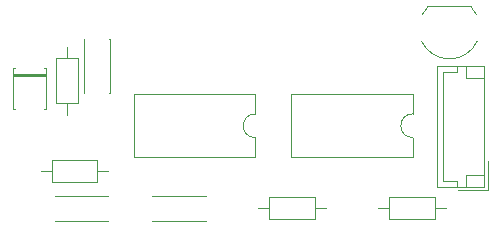
<source format=gbr>
%TF.GenerationSoftware,KiCad,Pcbnew,(5.1.5)-3*%
%TF.CreationDate,2021-04-29T14:02:25+01:00*%
%TF.ProjectId,KiCadSoil3,4b694361-6453-46f6-996c-332e6b696361,1.0*%
%TF.SameCoordinates,PX1d11680PY3072580*%
%TF.FileFunction,Legend,Top*%
%TF.FilePolarity,Positive*%
%FSLAX46Y46*%
G04 Gerber Fmt 4.6, Leading zero omitted, Abs format (unit mm)*
G04 Created by KiCad (PCBNEW (5.1.5)-3) date 2021-04-29 14:02:25*
%MOMM*%
%LPD*%
G04 APERTURE LIST*
%ADD10C,0.120000*%
G04 APERTURE END LIST*
D10*
X77685816Y18267795D02*
G75*
G02X78210000Y18995000I2324184J-1122795D01*
G01*
X77653600Y16046193D02*
G75*
G03X80010000Y14545000I2356400J1098807D01*
G01*
X82366400Y16046193D02*
G75*
G02X80010000Y14545000I-2356400J1098807D01*
G01*
X82334184Y18267795D02*
G75*
G03X81810000Y18995000I-2324184J-1122795D01*
G01*
X81810000Y18995000D02*
X78210000Y18995000D01*
X79705000Y1905000D02*
X78755000Y1905000D01*
X73965000Y1905000D02*
X74915000Y1905000D01*
X78755000Y2825000D02*
X74915000Y2825000D01*
X78755000Y985000D02*
X78755000Y2825000D01*
X74915000Y985000D02*
X78755000Y985000D01*
X74915000Y2825000D02*
X74915000Y985000D01*
X45870000Y13305000D02*
X43030000Y13305000D01*
X45870000Y13065000D02*
X43030000Y13065000D01*
X45870000Y13185000D02*
X43030000Y13185000D01*
X43030000Y10345000D02*
X43210000Y10345000D01*
X43030000Y13785000D02*
X43030000Y10345000D01*
X43210000Y13785000D02*
X43030000Y13785000D01*
X45870000Y10345000D02*
X45690000Y10345000D01*
X45870000Y13785000D02*
X45870000Y10345000D01*
X45690000Y13785000D02*
X45870000Y13785000D01*
X54840000Y2975000D02*
X59380000Y2975000D01*
X54840000Y835000D02*
X59380000Y835000D01*
X54840000Y2975000D02*
X54840000Y2960000D01*
X54840000Y850000D02*
X54840000Y835000D01*
X59380000Y2975000D02*
X59380000Y2960000D01*
X59380000Y850000D02*
X59380000Y835000D01*
X76895000Y6240000D02*
X76895000Y7890000D01*
X66615000Y6240000D02*
X76895000Y6240000D01*
X66615000Y11540000D02*
X66615000Y6240000D01*
X76895000Y11540000D02*
X66615000Y11540000D01*
X76895000Y9890000D02*
X76895000Y11540000D01*
X76895000Y7890000D02*
G75*
G02X76895000Y9890000I0J1000000D01*
G01*
X63560000Y6240000D02*
X63560000Y7890000D01*
X53280000Y6240000D02*
X63560000Y6240000D01*
X53280000Y11540000D02*
X53280000Y6240000D01*
X63560000Y11540000D02*
X53280000Y11540000D01*
X63560000Y9890000D02*
X63560000Y11540000D01*
X63560000Y7890000D02*
G75*
G02X63560000Y9890000I0J1000000D01*
G01*
X46340000Y6000000D02*
X46340000Y4160000D01*
X46340000Y4160000D02*
X50180000Y4160000D01*
X50180000Y4160000D02*
X50180000Y6000000D01*
X50180000Y6000000D02*
X46340000Y6000000D01*
X45390000Y5080000D02*
X46340000Y5080000D01*
X51130000Y5080000D02*
X50180000Y5080000D01*
X46585000Y2975000D02*
X51125000Y2975000D01*
X46585000Y835000D02*
X51125000Y835000D01*
X46585000Y2975000D02*
X46585000Y2960000D01*
X46585000Y850000D02*
X46585000Y835000D01*
X51125000Y2975000D02*
X51125000Y2960000D01*
X51125000Y850000D02*
X51125000Y835000D01*
X63805000Y1905000D02*
X64755000Y1905000D01*
X69545000Y1905000D02*
X68595000Y1905000D01*
X64755000Y985000D02*
X68595000Y985000D01*
X64755000Y2825000D02*
X64755000Y985000D01*
X68595000Y2825000D02*
X64755000Y2825000D01*
X68595000Y985000D02*
X68595000Y2825000D01*
X47625000Y15570000D02*
X47625000Y14620000D01*
X47625000Y9830000D02*
X47625000Y10780000D01*
X46705000Y14620000D02*
X46705000Y10780000D01*
X48545000Y14620000D02*
X46705000Y14620000D01*
X48545000Y10780000D02*
X48545000Y14620000D01*
X46705000Y10780000D02*
X48545000Y10780000D01*
X51220000Y16200000D02*
X51235000Y16200000D01*
X49095000Y16200000D02*
X49110000Y16200000D01*
X51220000Y11660000D02*
X51235000Y11660000D01*
X49095000Y11660000D02*
X49110000Y11660000D01*
X51235000Y11660000D02*
X51235000Y16200000D01*
X49095000Y11660000D02*
X49095000Y16200000D01*
X83255000Y3440000D02*
X83255000Y5940000D01*
X80755000Y3440000D02*
X83255000Y3440000D01*
X81455000Y12960000D02*
X82955000Y12960000D01*
X81455000Y13960000D02*
X81455000Y12960000D01*
X81455000Y4740000D02*
X82955000Y4740000D01*
X81455000Y3740000D02*
X81455000Y4740000D01*
X80645000Y13460000D02*
X80645000Y13960000D01*
X79435000Y13460000D02*
X80645000Y13460000D01*
X79435000Y4240000D02*
X79435000Y13460000D01*
X80645000Y4240000D02*
X79435000Y4240000D01*
X80645000Y3740000D02*
X80645000Y4240000D01*
X78935000Y13960000D02*
X78935000Y3740000D01*
X82955000Y13960000D02*
X78935000Y13960000D01*
X82955000Y3740000D02*
X82955000Y13960000D01*
X78935000Y3740000D02*
X82955000Y3740000D01*
M02*

</source>
